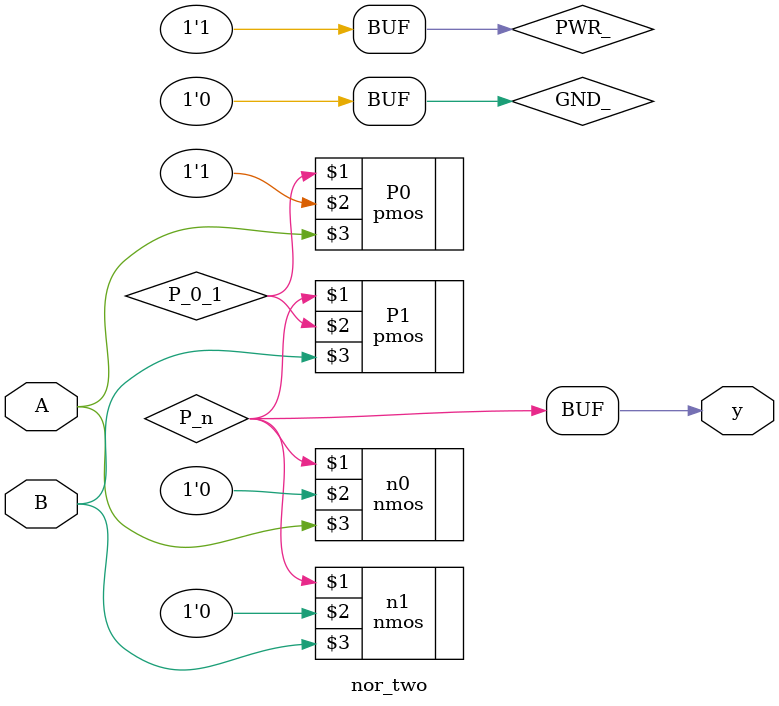
<source format=v>
`timescale 1ns / 1ps
module nor_two( 
	input A , B,
	output y
	);

	wire P_0_1, P_n;
	supply1 PWR_;
	supply0 GND_;
	
	// pull_up network
	pmos P0 (P_0_1, PWR_, A);
	pmos P1 (P_n, P_0_1, B);
	
	//pull_down network
	nmos n0 (P_n, GND_, A);
	nmos n1 (P_n, GND_, B);
	
	assign y = P_n;
	
endmodule
</source>
